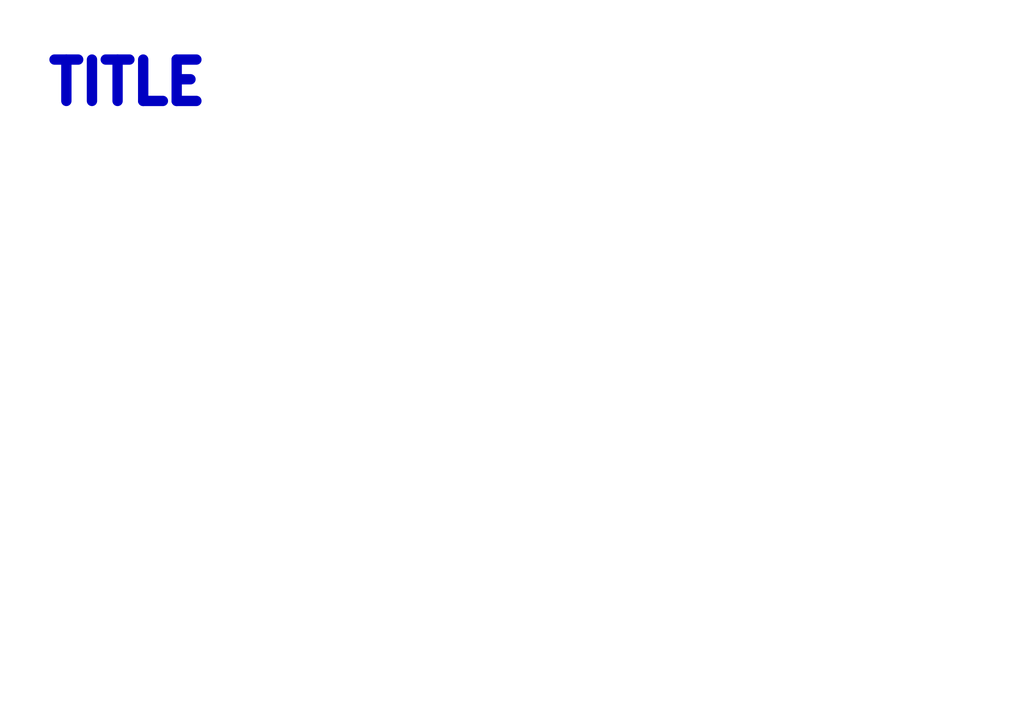
<source format=kicad_sch>
(kicad_sch
	(version 20250114)
	(generator "eeschema")
	(generator_version "9.0")
	(uuid "b652b05a-4e3d-4ad1-b032-18886abe7d45")
	(paper "A4")
	(title_block
		(date "2025-12-26")
		(rev "${REVISION}")
		(company "Author:")
	)
	(lib_symbols)
	(text "TITLE"
		(exclude_from_sim no)
		(at 12.7 24.13 0)
		(effects
			(font
				(size 12 12)
				(thickness 4.8)
				(bold yes)
			)
			(justify left)
		)
		(uuid "cec71073-0df9-405e-812b-e61d9091f6a5")
	)
	(sheet_instances
		(path "/"
			(page "1")
		)
	)
	(embedded_fonts no)
	(embedded_files
		(file
			(name "putm_frame.kicad_wks")
			(type worksheet)
			(data |KLUv/WAvCY0UAObcWyEA1TZqxSYpSnAbOsWnapwROGKZeeE9KM64wmSW/n9CwQRSAEsAVAD4Oxyb
				J+1rOdkbNb9xsXDRanbnQyvya8XCVdH2ki1/5E8AAAIk6L2cVUZpqIzfhq4RSaozfi/7dQ4BEChg
				lFKrztoX2zJ7iAAIlB+RJvRA+yEEXWKSolT/yP/7a1pX7XmRRhm89j0nPWe/GYMv9uxJfUAsfu3i
				22/vfIcXhLPXVP/1ccRg7drh9YPVk9L+7H1JUe2jdx/0POJ//JEB+OurcpitYkNewTCqH4nK6mxS
				yYTrKhtGw9AW3MM0uKqrJ6VZhegMO20WjaHZLl3HmQat8PcYOWdS9r8ONmljvwR5rtpUI9Wr5/d9
				k1qAwF+8oX3VgQKiXplVrUPNLIqo06IWyRYhXY8c8WLWjESjRCYLrEJYts3RYRitDhFNskG4hmgb
				h2rSDWLhLOJbS6Wh7XfvdALDScCh+r0x401nJz1KZaNolJLtQjGAgKAhPaUYmpIUJClkmAOARKTm
				qDqKaBj8cOU0CMQEDCAPXptjKGfrooqHvkhFQiG28qvJM4YHQAhI789Pe6CM7SBne5Vtvvq9wkcX
				nj05P3mYi4NXPJ/uUrLUtQk2w76hQgx0MktjeoBh+lxTD5IGHQ8SF9Ga45urwV0FAriFfagEhtx5
				PGHBX1CBeRAr8grmewQSn3TJNDZp6SKSo3klm1fsFkaN6NERStGPAAJ0Kkf9E0NKGKCXmflfrqck
				pBHEJ8GdTlHn24ljbxPc+WIMW/jPAgcgyPKJHrUDci3M7EQ4CER7hddwyKWAwM1vyOwMDboKEy8K
				OKN2seQXk/bQSa/Qvsl6kQcUuziiY7xUSu4KhT3mI977rkPExkevAg==|
			)
			(checksum "D28CC2D8CCEF14F2FD87317FD6BA98A1")
		)
	)
)

</source>
